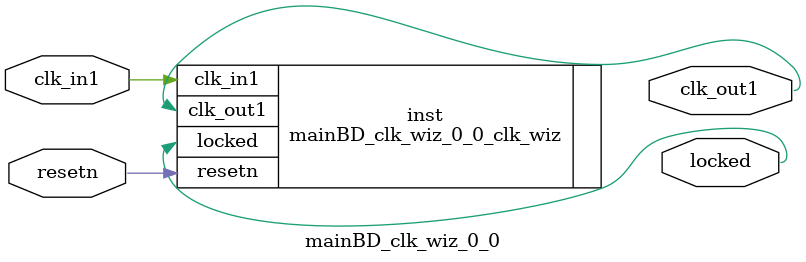
<source format=v>


`timescale 1ps/1ps

(* CORE_GENERATION_INFO = "mainBD_clk_wiz_0_0,clk_wiz_v6_0_3_0_0,{component_name=mainBD_clk_wiz_0_0,use_phase_alignment=true,use_min_o_jitter=false,use_max_i_jitter=false,use_dyn_phase_shift=false,use_inclk_switchover=false,use_dyn_reconfig=false,enable_axi=0,feedback_source=FDBK_AUTO,PRIMITIVE=MMCM,num_out_clk=1,clkin1_period=10.000,clkin2_period=10.000,use_power_down=false,use_reset=true,use_locked=true,use_inclk_stopped=false,feedback_type=SINGLE,CLOCK_MGR_TYPE=NA,manual_override=false}" *)

module mainBD_clk_wiz_0_0 
 (
  // Clock out ports
  output        clk_out1,
  // Status and control signals
  input         resetn,
  output        locked,
 // Clock in ports
  input         clk_in1
 );

  mainBD_clk_wiz_0_0_clk_wiz inst
  (
  // Clock out ports  
  .clk_out1(clk_out1),
  // Status and control signals               
  .resetn(resetn), 
  .locked(locked),
 // Clock in ports
  .clk_in1(clk_in1)
  );

endmodule

</source>
